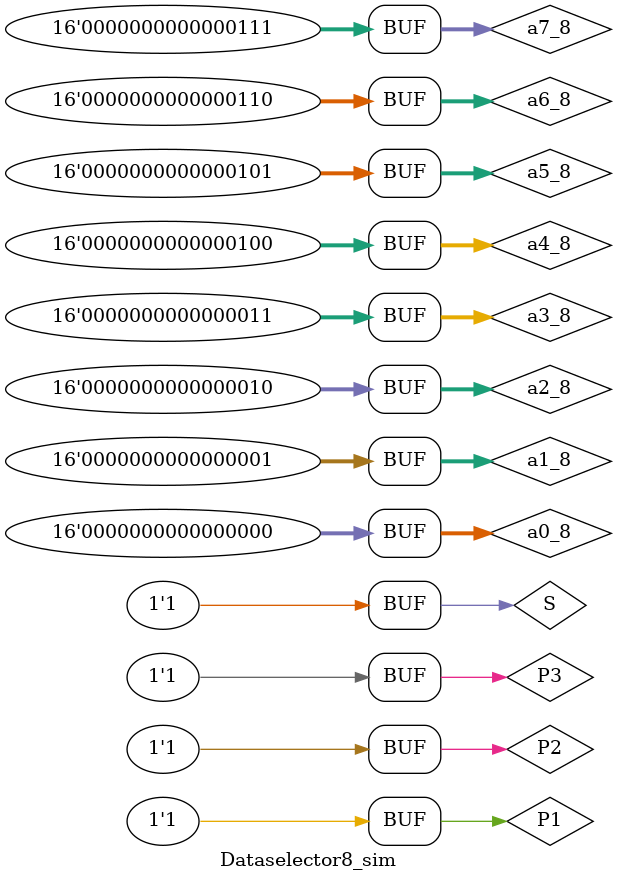
<source format=v>
`timescale 1ns / 1ps


module Dataselector8_sim();
reg [15:0] a0_8 = 16'b0000000000000000;
reg [15:0] a1_8 = 16'b0000000000000001;
reg [15:0] a2_8 = 16'b0000000000000010;
reg [15:0] a3_8 = 16'b0000000000000011;
reg [15:0] a4_8 = 16'b0000000000000100;
reg [15:0] a5_8 = 16'b0000000000000101;
reg [15:0] a6_8 = 16'b0000000000000110;
reg [15:0] a7_8 = 16'b0000000000000111;
 reg P1;reg P2;reg P3;
 reg S;
 wire [15:0] q;
Data_selector8 Data_selector8(
.D1_8(a0_8),.D2_8(a1_8),.D3_8(a2_8),.D4_8(a3_8),
 .D5_8(a4_8),.D6_8(a5_8),.D7_8(a6_8),.D8_8(a7_8),
 .P1_8(P1),.P2_8(P2),.P3_8(P3),.S_8(S),
 .out3_8(q));
 initial 
 begin
a0_8 = 16'b0000000000000000;
a1_8 = 16'b0000000000000001;
a2_8 = 16'b0000000000000010;
a3_8 = 16'b0000000000000011;
a4_8 = 16'b0000000000000100;
a5_8 = 16'b0000000000000101;
a6_8 = 16'b0000000000000110;
a7_8 = 16'b0000000000000111;
 S=1;
 P1=0;P2=0;P3=0;
 #20 P1=0;P2=0;P3=1;
 #20 P1=0;P2=1;P3=0;
 #20 P1=0;P2=1;P3=1;
 #20 P1=1;P2=0;P3=0;
 #20 P1=1;P2=0;P3=1;
 #20 P1=1;P2=1;P3=0;
 #20 P1=1;P2=1;P3=1;
end
endmodule
</source>
